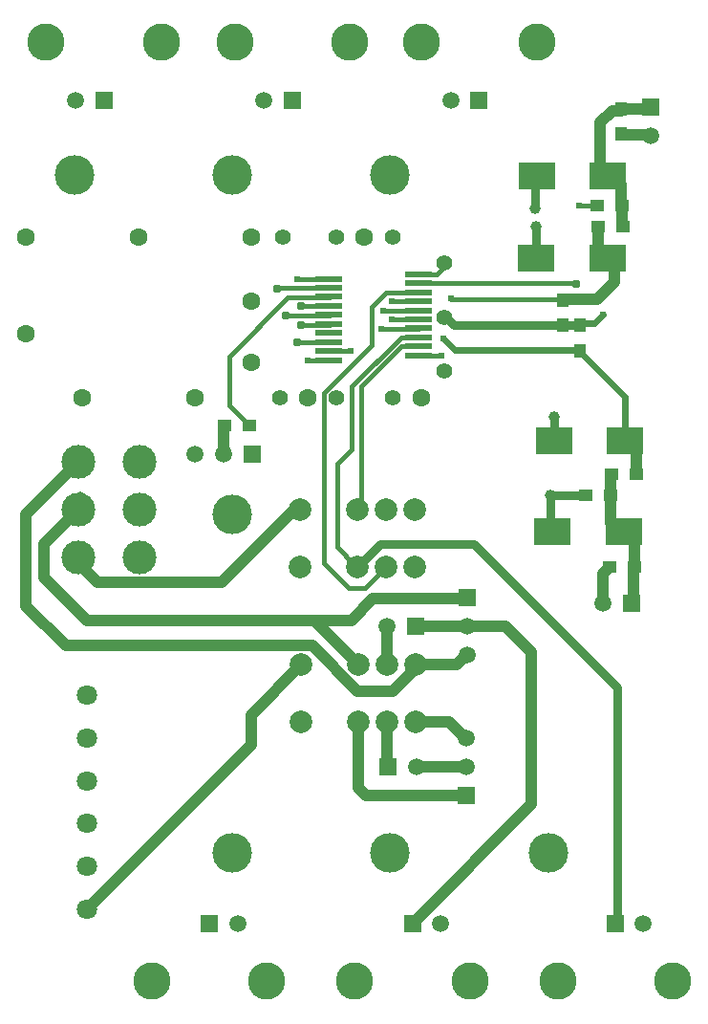
<source format=gtl>
G04*
G04 #@! TF.GenerationSoftware,Altium Limited,Altium Designer,19.1.6 (110)*
G04*
G04 Layer_Physical_Order=1*
G04 Layer_Color=255*
%FSLAX23Y23*%
%MOIN*%
G70*
G01*
G75*
%ADD27C,0.071*%
%ADD28C,0.055*%
%ADD32R,0.130X0.098*%
%ADD33R,0.049X0.039*%
%ADD34R,0.039X0.049*%
%ADD35R,0.098X0.020*%
%ADD36C,0.039*%
%ADD37C,0.020*%
%ADD38C,0.016*%
%ADD39C,0.031*%
%ADD40C,0.024*%
%ADD41C,0.059*%
%ADD42R,0.059X0.059*%
%ADD43R,0.059X0.059*%
%ADD44C,0.130*%
%ADD45C,0.138*%
%ADD46C,0.024*%
%ADD47C,0.063*%
%ADD48C,0.039*%
%ADD49C,0.079*%
%ADD50C,0.118*%
%ADD51C,0.031*%
D27*
X283Y527D02*
D03*
Y676D02*
D03*
Y826D02*
D03*
Y975D02*
D03*
Y1125D02*
D03*
Y1275D02*
D03*
D28*
X968Y2871D02*
D03*
X956Y2310D02*
D03*
X1531Y2780D02*
D03*
Y2591D02*
D03*
Y2402D02*
D03*
X1153Y2871D02*
D03*
X1350D02*
D03*
Y2310D02*
D03*
X1153D02*
D03*
D32*
X1908Y1842D02*
D03*
X2156D02*
D03*
X1914Y2161D02*
D03*
X2162D02*
D03*
X2100Y2797D02*
D03*
X1852D02*
D03*
X2102Y3083D02*
D03*
X1854D02*
D03*
D33*
X763Y2212D02*
D03*
X850D02*
D03*
X2152Y2981D02*
D03*
X2065D02*
D03*
X2066Y2906D02*
D03*
X2153D02*
D03*
X2195Y1721D02*
D03*
X2108D02*
D03*
X2111Y1969D02*
D03*
X2024D02*
D03*
X2201Y2042D02*
D03*
X2114D02*
D03*
D34*
X2147Y3229D02*
D03*
Y3316D02*
D03*
X1944Y2649D02*
D03*
Y2562D02*
D03*
X2005Y2475D02*
D03*
Y2562D02*
D03*
D35*
X1126Y2725D02*
D03*
Y2693D02*
D03*
Y2630D02*
D03*
Y2662D02*
D03*
Y2536D02*
D03*
Y2504D02*
D03*
Y2567D02*
D03*
Y2599D02*
D03*
Y2441D02*
D03*
Y2473D02*
D03*
X1441Y2489D02*
D03*
Y2457D02*
D03*
Y2615D02*
D03*
Y2583D02*
D03*
Y2520D02*
D03*
Y2552D02*
D03*
Y2678D02*
D03*
Y2646D02*
D03*
Y2709D02*
D03*
Y2741D02*
D03*
D36*
X2147Y3227D02*
X2249D01*
X762Y2128D02*
Y2212D01*
X763D01*
X2249Y3227D02*
X2251Y3224D01*
X2147Y3227D02*
Y3229D01*
X2152Y2906D02*
Y2981D01*
X2147D02*
Y3053D01*
X2117Y3311D02*
X2147D01*
X2075Y3269D02*
X2117Y3311D01*
X2075Y3094D02*
Y3269D01*
X2147Y3311D02*
Y3316D01*
X2243D02*
X2251Y3324D01*
X2147Y3316D02*
X2243D01*
X2075Y3094D02*
X2086Y3083D01*
X1433Y1513D02*
X1745D01*
X1834Y893D02*
Y1425D01*
X1419Y478D02*
X1834Y893D01*
X1745Y1513D02*
X1834Y1425D01*
X856Y1100D02*
Y1203D01*
X283Y527D02*
X856Y1100D01*
X2102Y3083D02*
X2118D01*
X2147Y3053D01*
Y2981D02*
X2152D01*
X2086Y3083D02*
X2102D01*
X2152Y2981D02*
X2152D01*
Y2906D02*
X2153D01*
X2066Y2846D02*
Y2906D01*
X1944Y2653D02*
X2064D01*
X1232Y949D02*
X1258Y923D01*
X1232Y949D02*
Y1179D01*
X1258Y923D02*
X1608D01*
X1431Y1367D02*
X1432D01*
X2190Y1600D02*
Y1721D01*
X1207Y1534D02*
X1282Y1609D01*
X1077Y1534D02*
X1207D01*
X1077D02*
X1232Y1379D01*
X856Y1203D02*
X1032Y1379D01*
X134Y1685D02*
X285Y1534D01*
X134Y1685D02*
Y1800D01*
X285Y1534D02*
X1077D01*
X209Y1446D02*
X1069D01*
X70Y1585D02*
X209Y1446D01*
X1228Y1287D02*
X1351D01*
X1432Y1379D02*
X1573D01*
X1351Y1287D02*
X1431Y1367D01*
X1069Y1446D02*
X1228Y1287D01*
X70Y1585D02*
Y1903D01*
X1432Y1367D02*
Y1379D01*
X254Y1734D02*
X321Y1667D01*
X254Y1734D02*
Y1754D01*
X321Y1667D02*
X755D01*
X1007Y1919D01*
X2123Y2712D02*
Y2787D01*
X2064Y2653D02*
X2123Y2712D01*
X1944Y2649D02*
Y2653D01*
X70Y1903D02*
X254Y2086D01*
X134Y1800D02*
X254Y1920D01*
X1007Y1919D02*
X1026D01*
X2112Y1969D02*
Y2042D01*
X2085Y1698D02*
X2108Y1721D01*
X2085Y1595D02*
Y1698D01*
X2141Y1842D02*
X2156D01*
X2111Y1872D02*
X2141Y1842D01*
X2111Y1872D02*
Y1969D01*
X2112D01*
Y2042D02*
X2114D01*
X2201D02*
Y2131D01*
X2171Y2161D02*
X2201Y2131D01*
X2162Y2161D02*
X2171D01*
X2123Y2787D02*
X2124Y2788D01*
X2185Y1595D02*
X2190Y1600D01*
Y1721D02*
X2195D01*
X2156Y1842D02*
X2165D01*
X2195Y1812D01*
Y1721D02*
Y1812D01*
X762Y2128D02*
X763Y2129D01*
X1282Y1609D02*
X1608D01*
X1612Y1613D01*
X1603Y1123D02*
X1608D01*
X1547Y1179D02*
X1603Y1123D01*
X1432Y1179D02*
X1547D01*
X1607Y1413D02*
X1612D01*
X1573Y1379D02*
X1607Y1413D01*
X1432Y1513D02*
X1433Y1513D01*
X1607Y1023D02*
X1608Y1023D01*
X1434Y1023D02*
X1607D01*
X1433Y1022D02*
X1434Y1023D01*
X1332D02*
X1333Y1022D01*
X1332Y1023D02*
Y1179D01*
X1332Y1179D02*
X1332Y1179D01*
X1332Y1379D02*
Y1513D01*
D37*
X259Y1972D02*
X297Y1934D01*
D38*
X985Y2660D02*
X1132D01*
X780Y2455D02*
X985Y2660D01*
X780Y2282D02*
Y2455D01*
Y2282D02*
X850Y2213D01*
X1989Y2709D02*
X1992Y2706D01*
X1441Y2709D02*
X1441Y2709D01*
X1989D01*
X1553Y2655D02*
X1938D01*
X1242Y1938D02*
X1258Y1922D01*
X1017Y2503D02*
X1132D01*
X1938Y2655D02*
X1944Y2649D01*
X1018Y2724D02*
X1132D01*
X1053Y2440D02*
X1132D01*
X1156Y1789D02*
X1220Y1725D01*
X947Y2692D02*
X1132D01*
X1031Y2629D02*
X1132D01*
X976Y2598D02*
X1132D01*
X1029Y2565D02*
X1131D01*
X1132Y2566D01*
X1379Y2520D02*
X1441D01*
X1208Y2349D02*
X1379Y2520D01*
X1156Y2079D02*
X1208Y2131D01*
X1156Y1789D02*
Y2079D01*
X1208Y2131D02*
Y2349D01*
X1381Y2489D02*
X1441D01*
X1242Y2350D02*
X1381Y2489D01*
X1440Y2551D02*
X1441Y2552D01*
X1310Y2551D02*
X1440D01*
X1309Y2550D02*
X1310Y2551D01*
X1992Y2706D02*
X1992Y2706D01*
X1316Y2615D02*
X1316Y2615D01*
X1441D01*
X1531Y2767D02*
Y2780D01*
X1505Y2741D02*
X1531Y2767D01*
X1441Y2741D02*
X1505D01*
X1348Y2646D02*
X1348Y2646D01*
X1441D01*
X1440Y2584D02*
X1441Y2583D01*
X1347Y2584D02*
X1440D01*
X1347Y2584D02*
X1347Y2584D01*
X1126Y2473D02*
X1204D01*
X1441Y2615D02*
X1443Y2617D01*
X1276Y2627D02*
X1327Y2678D01*
X1441D01*
Y2646D02*
X1441Y2646D01*
X1242Y1938D02*
Y2350D01*
X1276Y2494D02*
Y2627D01*
X1110Y1734D02*
Y2328D01*
Y1734D02*
X1196Y1648D01*
X1110Y2328D02*
X1276Y2494D01*
X1450Y2459D02*
X1474D01*
X1471Y2456D02*
X1474Y2459D01*
X1471Y2456D02*
X1519D01*
X2000Y2980D02*
X2065D01*
X1132Y2724D02*
X1132Y2723D01*
X1018Y2724D02*
X1018Y2724D01*
X1132Y2440D02*
X1132Y2440D01*
X1053Y2440D02*
X1053Y2440D01*
X976Y2598D02*
X976Y2598D01*
X946Y2691D02*
X947Y2692D01*
X946Y2691D02*
X946Y2691D01*
X1015Y2505D02*
X1017Y2503D01*
X1196Y1648D02*
X1255D01*
X1326Y1719D01*
D39*
X1220Y1725D02*
X1232D01*
X1635Y1801D02*
X2135Y1301D01*
Y486D02*
Y1301D01*
X2127Y478D02*
X2135Y486D01*
X1849Y2800D02*
X1852Y2797D01*
X1849Y2800D02*
Y2906D01*
X1564Y2565D02*
X1941D01*
X1944Y2562D01*
X1531Y2591D02*
X1538D01*
X1564Y2565D01*
X2005Y2567D02*
X2009Y2571D01*
X2005Y2562D02*
Y2567D01*
X1944Y2562D02*
X2005D01*
X1913Y2162D02*
X1915Y2244D01*
X1308Y1801D02*
X1635D01*
X1232Y1725D02*
X1308Y1801D01*
X1913Y2162D02*
X1914Y2161D01*
X1901Y1849D02*
Y1971D01*
Y1849D02*
X1908Y1842D01*
X1901Y1971D02*
X1902Y1970D01*
X2023D01*
X2024Y1969D01*
X1848Y2971D02*
Y3077D01*
X1854Y3083D01*
D40*
X1566Y2478D02*
X2005D01*
X2162Y2161D02*
Y2313D01*
X2005Y2470D02*
X2162Y2313D01*
X2005Y2470D02*
Y2475D01*
X1528Y2516D02*
X1566Y2478D01*
X2054Y2571D02*
X2084Y2601D01*
X2009Y2571D02*
X2054D01*
D41*
X662Y2112D02*
D03*
X762D02*
D03*
X245Y3348D02*
D03*
X902D02*
D03*
X2225Y478D02*
D03*
X810D02*
D03*
X1553Y3348D02*
D03*
X1518Y478D02*
D03*
X2085Y1595D02*
D03*
X2251Y3224D02*
D03*
X1332Y1513D02*
D03*
X1433Y1022D02*
D03*
X1612Y1513D02*
D03*
Y1413D02*
D03*
X1608Y1023D02*
D03*
Y1123D02*
D03*
D42*
X862Y2112D02*
D03*
X2185Y1595D02*
D03*
X1432Y1513D02*
D03*
X1333Y1022D02*
D03*
D43*
X343Y3348D02*
D03*
X1001D02*
D03*
X2127Y478D02*
D03*
X711D02*
D03*
X1652Y3348D02*
D03*
X1419Y478D02*
D03*
X2251Y3324D02*
D03*
X1612Y1613D02*
D03*
X1608Y923D02*
D03*
D44*
X142Y3549D02*
D03*
X544D02*
D03*
X800D02*
D03*
X1202D02*
D03*
X2328Y277D02*
D03*
X1926D02*
D03*
X912D02*
D03*
X510D02*
D03*
X1451Y3549D02*
D03*
X1853D02*
D03*
X1620Y277D02*
D03*
X1218D02*
D03*
D45*
X1893Y724D02*
D03*
X1342D02*
D03*
X791D02*
D03*
Y1905D02*
D03*
Y3086D02*
D03*
X240D02*
D03*
X1342D02*
D03*
D46*
X1553Y2656D02*
D03*
X1528Y2516D02*
D03*
X2084Y2601D02*
D03*
X1316Y2615D02*
D03*
X1348Y2646D02*
D03*
X1347Y2584D02*
D03*
X2000Y2980D02*
D03*
X1309Y2550D02*
D03*
X1519Y2456D02*
D03*
X1053Y2440D02*
D03*
X1204Y2473D02*
D03*
X1018Y2724D02*
D03*
D47*
X858Y2871D02*
D03*
X1055Y2310D02*
D03*
X1449D02*
D03*
X1252Y2871D02*
D03*
X858Y2648D02*
D03*
Y2435D02*
D03*
X661Y2310D02*
D03*
X267D02*
D03*
X464Y2871D02*
D03*
X71D02*
D03*
X71Y2534D02*
D03*
D48*
X1901Y1971D02*
D03*
X1915Y2244D02*
D03*
X1848Y2971D02*
D03*
X1849Y2906D02*
D03*
D49*
X1432Y1179D02*
D03*
X1332D02*
D03*
X1232D02*
D03*
X1032D02*
D03*
X1432Y1379D02*
D03*
X1332D02*
D03*
X1232D02*
D03*
X1032D02*
D03*
X1426Y1719D02*
D03*
X1326D02*
D03*
X1226D02*
D03*
X1026D02*
D03*
X1426Y1919D02*
D03*
X1326D02*
D03*
X1226D02*
D03*
X1026D02*
D03*
D50*
X467Y1920D02*
D03*
X254D02*
D03*
X467Y1754D02*
D03*
X254Y2086D02*
D03*
X467D02*
D03*
X254Y1754D02*
D03*
D51*
X1992Y2706D02*
D03*
X976Y2598D02*
D03*
X1029Y2565D02*
D03*
X946Y2691D02*
D03*
X1031Y2629D02*
D03*
X1017Y2503D02*
D03*
M02*

</source>
